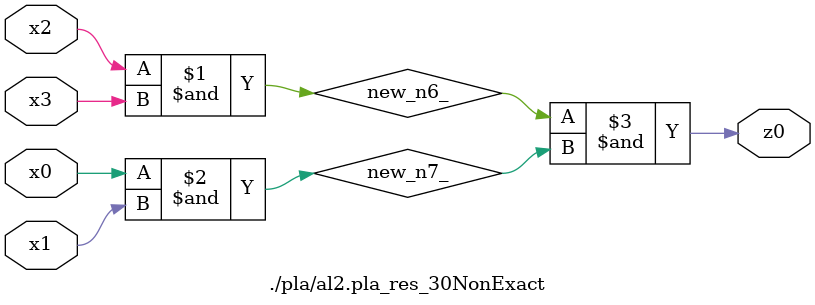
<source format=v>

module \./pla/al2.pla_res_30NonExact  ( 
    x0, x1, x2, x3,
    z0  );
  input  x0, x1, x2, x3;
  output z0;
  wire new_n6_, new_n7_;
  assign new_n6_ = x2 & x3;
  assign new_n7_ = x0 & x1;
  assign z0 = new_n6_ & new_n7_;
endmodule



</source>
